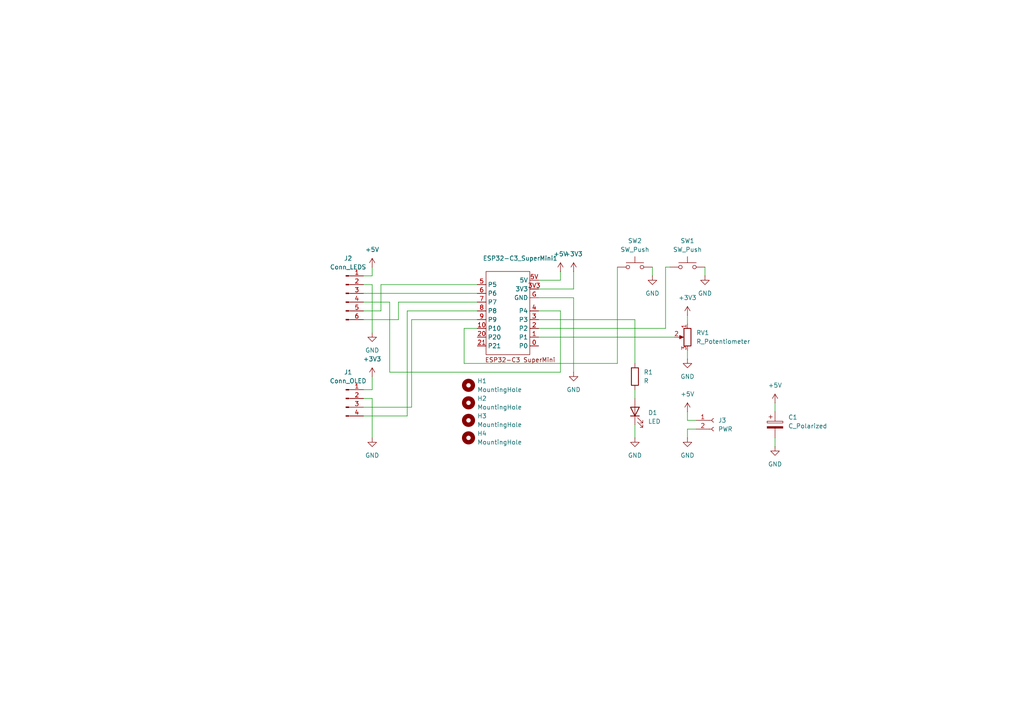
<source format=kicad_sch>
(kicad_sch (version 20231120) (generator "eeschema") (generator_version "8.0")
  (paper "A4")
  (title_block (title "Rusty HangulClock") (date "2025-01-01") (rev "0.1"))
  (lib_symbols
    (symbol "Connector:Conn_01x02_Socket" (pin_names (offset 1.016) hide)
      (property "Reference" "J" (at 0 2.54 0))
      (property "Value" "Conn_01x02_Socket" (at 0 -5.08 0))
      (symbol "Conn_01x02_Socket_1_1"
        (arc (start 0 -2.032) (mid -0.5058 -2.54) (end 0 -3.048) (stroke (width 0.1524)))
        (polyline (pts (xy -1.27 -2.54) (xy -0.508 -2.54)) (stroke (width 0.1524)))
        (polyline (pts (xy -1.27 0) (xy -0.508 0)) (stroke (width 0.1524)))
        (arc (start 0 0.508) (mid -0.5058 0) (end 0 -0.508) (stroke (width 0.1524)))
        (pin passive line (at -5.08 0 0) (length 3.81) (name "Pin_1") (number "1"))
        (pin passive line (at -5.08 -2.54 0) (length 3.81) (name "Pin_2") (number "2"))
      )
    )
    (symbol "Connector:Conn_01x04_Pin" (pin_names (offset 1.016) hide)
      (property "Reference" "J" (at 0 5.08 0))
      (property "Value" "Conn_01x04_Pin" (at 0 -7.62 0))
      (symbol "Conn_01x04_Pin_1_1"
        (polyline (pts (xy 1.27 -5.08) (xy 0.8636 -5.08)) (stroke (width 0.1524)))
        (polyline (pts (xy 1.27 -2.54) (xy 0.8636 -2.54)) (stroke (width 0.1524)))
        (polyline (pts (xy 1.27 0) (xy 0.8636 0)) (stroke (width 0.1524)))
        (polyline (pts (xy 1.27 2.54) (xy 0.8636 2.54)) (stroke (width 0.1524)))
        (rectangle (start 0.8636 -4.953) (end 0 -5.207) (stroke (width 0.1524)) (fill (type outline)))
        (rectangle (start 0.8636 -2.413) (end 0 -2.667) (stroke (width 0.1524)) (fill (type outline)))
        (rectangle (start 0.8636 0.127) (end 0 -0.127) (stroke (width 0.1524)) (fill (type outline)))
        (rectangle (start 0.8636 2.667) (end 0 2.413) (stroke (width 0.1524)) (fill (type outline)))
        (pin passive line (at 5.08 2.54 180) (length 3.81) (name "Pin_1") (number "1"))
        (pin passive line (at 5.08 0 180) (length 3.81) (name "Pin_2") (number "2"))
        (pin passive line (at 5.08 -2.54 180) (length 3.81) (name "Pin_3") (number "3"))
        (pin passive line (at 5.08 -5.08 180) (length 3.81) (name "Pin_4") (number "4"))
      )
    )
    (symbol "Connector:Conn_01x06_Pin" (pin_names (offset 1.016) hide)
      (property "Reference" "J" (at 0 7.62 0))
      (property "Value" "Conn_01x06_Pin" (at 0 -10.16 0))
      (symbol "Conn_01x06_Pin_1_1"
        (polyline (pts (xy 1.27 -7.62) (xy 0.8636 -7.62)) (stroke (width 0.1524)))
        (polyline (pts (xy 1.27 -5.08) (xy 0.8636 -5.08)) (stroke (width 0.1524)))
        (polyline (pts (xy 1.27 -2.54) (xy 0.8636 -2.54)) (stroke (width 0.1524)))
        (polyline (pts (xy 1.27 0) (xy 0.8636 0)) (stroke (width 0.1524)))
        (polyline (pts (xy 1.27 2.54) (xy 0.8636 2.54)) (stroke (width 0.1524)))
        (polyline (pts (xy 1.27 5.08) (xy 0.8636 5.08)) (stroke (width 0.1524)))
        (rectangle (start 0.8636 -7.493) (end 0 -7.747) (stroke (width 0.1524)) (fill (type outline)))
        (rectangle (start 0.8636 -4.953) (end 0 -5.207) (stroke (width 0.1524)) (fill (type outline)))
        (rectangle (start 0.8636 -2.413) (end 0 -2.667) (stroke (width 0.1524)) (fill (type outline)))
        (rectangle (start 0.8636 0.127) (end 0 -0.127) (stroke (width 0.1524)) (fill (type outline)))
        (rectangle (start 0.8636 2.667) (end 0 2.413) (stroke (width 0.1524)) (fill (type outline)))
        (rectangle (start 0.8636 5.207) (end 0 4.953) (stroke (width 0.1524)) (fill (type outline)))
        (pin passive line (at 5.08 5.08 180) (length 3.81) (name "Pin_1") (number "1"))
        (pin passive line (at 5.08 2.54 180) (length 3.81) (name "Pin_2") (number "2"))
        (pin passive line (at 5.08 0 180) (length 3.81) (name "Pin_3") (number "3"))
        (pin passive line (at 5.08 -2.54 180) (length 3.81) (name "Pin_4") (number "4"))
        (pin passive line (at 5.08 -5.08 180) (length 3.81) (name "Pin_5") (number "5"))
        (pin passive line (at 5.08 -7.62 180) (length 3.81) (name "Pin_6") (number "6"))
      )
    )
    (symbol "Device:C_Polarized" (pin_numbers hide) (pin_names (offset 0.254))
      (property "Reference" "C" (at 0.635 2.54 0))
      (property "Value" "C_Polarized" (at 0.635 -2.54 0))
      (symbol "C_Polarized_0_1"
        (rectangle (start -2.286 0.508) (end 2.286 1.016))
        (polyline (pts (xy -1.778 2.286) (xy -0.762 2.286)))
        (polyline (pts (xy -1.27 2.794) (xy -1.27 1.778)))
        (rectangle (start 2.286 -0.508) (end -2.286 -1.016) (fill (type outline)))
      )
      (symbol "C_Polarized_1_1"
        (pin passive line (at 0 3.81 270) (length 2.794) (name "~") (number "1"))
        (pin passive line (at 0 -3.81 90) (length 2.794) (name "~") (number "2"))
      )
    )
    (symbol "Device:LED" (pin_numbers hide) (pin_names (offset 1.016) hide)
      (property "Reference" "D" (at 0 2.54 0))
      (property "Value" "LED" (at 0 -2.54 0))
      (symbol "LED_0_1"
        (polyline (pts (xy -1.27 -1.27) (xy -1.27 1.27)) (stroke (width 0.254)))
        (polyline (pts (xy -1.27 0) (xy 1.27 0)))
        (polyline (pts (xy 1.27 -1.27) (xy 1.27 1.27) (xy -1.27 0) (xy 1.27 -1.27)) (stroke (width 0.254)))
        (polyline (pts (xy -3.048 -0.762) (xy -4.572 -2.286) (xy -3.81 -2.286) (xy -4.572 -2.286) (xy -4.572 -1.524)))
        (polyline (pts (xy -1.778 -0.762) (xy -3.302 -2.286) (xy -2.54 -2.286) (xy -3.302 -2.286) (xy -3.302 -1.524)))
      )
      (symbol "LED_1_1"
        (pin passive line (at -3.81 0 0) (length 2.54) (name "K") (number "1"))
        (pin passive line (at 3.81 0 180) (length 2.54) (name "A") (number "2"))
      )
    )
    (symbol "Device:R" (pin_numbers hide) (pin_names (offset 0))
      (property "Reference" "R" (at 2.032 0 90))
      (property "Value" "R" (at 0 0 90))
      (symbol "R_0_1"
        (rectangle (start -1.016 -2.54) (end 1.016 2.54) (stroke (width 0.254)))
      )
      (symbol "R_1_1"
        (pin passive line (at 0 3.81 270) (length 1.27) (name "~") (number "1"))
        (pin passive line (at 0 -3.81 90) (length 1.27) (name "~") (number "2"))
      )
    )
    (symbol "Device:R_Potentiometer" (pin_names (offset 1.016) hide)
      (property "Reference" "RV" (at -4.445 0 90))
      (property "Value" "R_Potentiometer" (at -2.54 0 90))
      (symbol "R_Potentiometer_0_1"
        (polyline (pts (xy 2.54 0) (xy 1.524 0)))
        (polyline (pts (xy 1.143 0) (xy 2.286 0.508) (xy 2.286 -0.508) (xy 1.143 0)) (fill (type outline)))
        (rectangle (start 1.016 2.54) (end -1.016 -2.54) (stroke (width 0.254)))
      )
      (symbol "R_Potentiometer_1_1"
        (pin passive line (at 0 3.81 270) (length 1.27) (name "1") (number "1"))
        (pin passive line (at 3.81 0 180) (length 1.27) (name "2") (number "2"))
        (pin passive line (at 0 -3.81 90) (length 1.27) (name "3") (number "3"))
      )
    )
    (symbol "Homin_Library:ESP32-C3_SuperMini"
      (property "Reference" "M" (at 0 0 0))
      (symbol "ESP32-C3_SuperMini_0_1"
        (rectangle (start -6.35 11.43) (end 6.35 -12.7))
      )
      (symbol "ESP32-C3_SuperMini_1_1"
        (text "ESP32-C3 SuperMini" (at 3.556 -14.224 0) (effects (font (size 1.27 1.27))))
        (pin bidirectional line (at 8.89 -10.16 180) (length 2.54) (name "P0") (number "0"))
        (pin bidirectional line (at 8.89 -7.62 180) (length 2.54) (name "P1") (number "1"))
        (pin bidirectional line (at -8.89 -5.08 0) (length 2.54) (name "P10") (number "10"))
        (pin bidirectional line (at 8.89 -5.08 180) (length 2.54) (name "P2") (number "2"))
        (pin bidirectional line (at -8.89 -7.62 0) (length 2.54) (name "P20") (number "20"))
        (pin bidirectional line (at -8.89 -10.16 0) (length 2.54) (name "P21") (number "21"))
        (pin bidirectional line (at 8.89 -2.54 180) (length 2.54) (name "P3") (number "3"))
        (pin power_in line (at 8.89 6.35 180) (length 2.54) (name "3V3") (number "3V3"))
        (pin bidirectional line (at 8.89 0 180) (length 2.54) (name "P4") (number "4"))
        (pin bidirectional line (at -8.89 7.62 0) (length 2.54) (name "P5") (number "5"))
        (pin power_in line (at 8.89 8.89 180) (length 2.54) (name "5V") (number "5V"))
        (pin bidirectional line (at -8.89 5.08 0) (length 2.54) (name "P6") (number "6"))
        (pin bidirectional line (at -8.89 2.54 0) (length 2.54) (name "P7") (number "7"))
        (pin bidirectional line (at -8.89 0 0) (length 2.54) (name "P8") (number "8"))
        (pin bidirectional line (at -8.89 -2.54 0) (length 2.54) (name "P9") (number "9"))
        (pin power_in line (at 8.89 3.81 180) (length 2.54) (name "GND") (number "G"))
      )
    )
    (symbol "Mechanical:MountingHole" (pin_names (offset 1.016)) (exclude_from_sim yes) (in_bom no)
      (property "Reference" "H" (at 0 5.08 0))
      (property "Value" "MountingHole" (at 0 3.175 0))
      (symbol "MountingHole_0_1"
        (circle (center 0 0) (radius 1.27) (stroke (width 1.27)))
      )
    )
    (symbol "Switch:SW_Push" (pin_numbers hide) (pin_names (offset 1.016) hide)
      (property "Reference" "SW" (at 1.27 2.54 0))
      (property "Value" "SW_Push" (at 0 -1.524 0))
      (symbol "SW_Push_0_1"
        (circle (center -2.032 0) (radius 0.508))
        (polyline (pts (xy 0 1.27) (xy 0 3.048)))
        (polyline (pts (xy 2.54 1.27) (xy -2.54 1.27)))
        (circle (center 2.032 0) (radius 0.508))
        (pin passive line (at -5.08 0 0) (length 2.54) (name "1") (number "1"))
        (pin passive line (at 5.08 0 180) (length 2.54) (name "2") (number "2"))
      )
    )
    (symbol "power:+3V3" (power) (pin_numbers hide) (pin_names (offset 0) hide)
      (property "Value" "+3V3" (at 0 3.556 0))
      (symbol "+3V3_0_1"
        (polyline (pts (xy -0.762 1.27) (xy 0 2.54)))
        (polyline (pts (xy 0 0) (xy 0 2.54)))
        (polyline (pts (xy 0 2.54) (xy 0.762 1.27)))
      )
      (symbol "+3V3_1_1"
        (pin power_in line (at 0 0 90) (length 0) (name "~") (number "1"))
      )
    )
    (symbol "power:+5V" (power) (pin_numbers hide) (pin_names (offset 0) hide)
      (property "Value" "+5V" (at 0 3.556 0))
      (symbol "+5V_0_1"
        (polyline (pts (xy -0.762 1.27) (xy 0 2.54)))
        (polyline (pts (xy 0 0) (xy 0 2.54)))
        (polyline (pts (xy 0 2.54) (xy 0.762 1.27)))
      )
      (symbol "+5V_1_1"
        (pin power_in line (at 0 0 90) (length 0) (name "~") (number "1"))
      )
    )
    (symbol "power:GND" (power) (pin_numbers hide) (pin_names (offset 0) hide)
      (property "Value" "GND" (at 0 -3.81 0))
      (symbol "GND_0_1"
        (polyline (pts (xy 0 0) (xy 0 -1.27) (xy 1.27 -1.27) (xy 0 -2.54) (xy -1.27 -1.27) (xy 0 -1.27)))
      )
      (symbol "GND_1_1"
        (pin power_in line (at 0 0 270) (length 0) (name "~") (number "1"))
      )
    )
  )
  (wire (pts (xy 110.49 90.17) (xy 105.41 90.17)))
  (wire (pts (xy 199.39 124.46) (xy 199.39 127)))
  (wire (pts (xy 119.38 92.71) (xy 119.38 118.11)))
  (wire (pts (xy 194.31 77.47) (xy 193.04 77.47)))
  (wire (pts (xy 224.79 116.84) (xy 224.79 119.38)))
  (wire (pts (xy 134.62 105.41) (xy 179.07 105.41)))
  (wire (pts (xy 156.21 83.82) (xy 166.37 83.82)))
  (wire (pts (xy 156.21 86.36) (xy 166.37 86.36)))
  (wire (pts (xy 184.15 92.71) (xy 184.15 105.41)))
  (wire (pts (xy 113.03 107.95) (xy 113.03 87.63)))
  (wire (pts (xy 105.41 115.57) (xy 107.95 115.57)))
  (wire (pts (xy 193.04 95.25) (xy 156.21 95.25)))
  (wire (pts (xy 201.93 124.46) (xy 199.39 124.46)))
  (wire (pts (xy 138.43 87.63) (xy 115.57 87.63)))
  (wire (pts (xy 166.37 83.82) (xy 166.37 78.74)))
  (wire (pts (xy 105.41 85.09) (xy 138.43 85.09)))
  (wire (pts (xy 134.62 95.25) (xy 134.62 105.41)))
  (wire (pts (xy 189.23 77.47) (xy 189.23 80.01)))
  (wire (pts (xy 199.39 91.44) (xy 199.39 93.98)))
  (wire (pts (xy 166.37 86.36) (xy 166.37 107.95)))
  (wire (pts (xy 156.21 92.71) (xy 184.15 92.71)))
  (wire (pts (xy 115.57 92.71) (xy 105.41 92.71)))
  (wire (pts (xy 156.21 97.79) (xy 195.58 97.79)))
  (wire (pts (xy 162.56 90.17) (xy 162.56 107.95)))
  (wire (pts (xy 201.93 121.92) (xy 199.39 121.92)))
  (wire (pts (xy 119.38 118.11) (xy 105.41 118.11)))
  (wire (pts (xy 107.95 80.01) (xy 105.41 80.01)))
  (wire (pts (xy 179.07 105.41) (xy 179.07 77.47)))
  (wire (pts (xy 113.03 87.63) (xy 105.41 87.63)))
  (wire (pts (xy 107.95 113.03) (xy 105.41 113.03)))
  (wire (pts (xy 118.11 90.17) (xy 118.11 120.65)))
  (wire (pts (xy 156.21 81.28) (xy 162.56 81.28)))
  (wire (pts (xy 138.43 92.71) (xy 119.38 92.71)))
  (wire (pts (xy 224.79 127) (xy 224.79 129.54)))
  (wire (pts (xy 184.15 113.03) (xy 184.15 115.57)))
  (wire (pts (xy 199.39 101.6) (xy 199.39 104.14)))
  (wire (pts (xy 138.43 95.25) (xy 134.62 95.25)))
  (wire (pts (xy 138.43 82.55) (xy 110.49 82.55)))
  (wire (pts (xy 199.39 121.92) (xy 199.39 119.38)))
  (wire (pts (xy 162.56 107.95) (xy 113.03 107.95)))
  (wire (pts (xy 118.11 120.65) (xy 105.41 120.65)))
  (wire (pts (xy 107.95 109.22) (xy 107.95 113.03)))
  (wire (pts (xy 193.04 77.47) (xy 193.04 95.25)))
  (wire (pts (xy 107.95 115.57) (xy 107.95 127)))
  (wire (pts (xy 184.15 123.19) (xy 184.15 127)))
  (wire (pts (xy 107.95 82.55) (xy 105.41 82.55)))
  (wire (pts (xy 138.43 90.17) (xy 118.11 90.17)))
  (wire (pts (xy 156.21 90.17) (xy 162.56 90.17)))
  (wire (pts (xy 162.56 81.28) (xy 162.56 78.74)))
  (wire (pts (xy 110.49 82.55) (xy 110.49 90.17)))
  (wire (pts (xy 107.95 77.47) (xy 107.95 80.01)))
  (wire (pts (xy 107.95 96.52) (xy 107.95 82.55)))
  (wire (pts (xy 115.57 87.63) (xy 115.57 92.71)))
  (wire (pts (xy 204.47 77.47) (xy 204.47 80.01)))
  (symbol (lib_id "power:GND") (at 199.39 104.14 0) (unit 1)
    (property "Reference" "#PWR010" (effects (hide yes)))
    (property "Value" "GND" (at 199.39 109.22 0))
    (property "Description" "Power symbol creates a global label with name \"GND\" , ground" (effects (hide yes)))
  )
  (symbol (lib_id "power:+3V3") (at 199.39 91.44 0) (unit 1)
    (property "Reference" "#PWR09" (effects (hide yes)))
    (property "Value" "+3V3" (at 199.39 86.36 0))
    (property "Description" "Power symbol creates a global label with name \"+3V3\"" (effects (hide yes)))
  )
  (symbol (lib_id "power:+5V") (at 224.79 116.84 0) (unit 1)
    (property "Reference" "#PWR014" (effects (hide yes)))
    (property "Value" "+5V" (at 224.79 111.76 0))
    (property "Description" "Power symbol creates a global label with name \"+5V\"" (effects (hide yes)))
  )
  (symbol (lib_id "Device:C_Polarized") (at 224.79 123.19 0) (unit 1)
    (property "Reference" "C1" (at 228.6 121.0309 0) (effects (justify left)))
    (property "Value" "C_Polarized" (at 228.6 123.5709 0) (effects (justify left)))
    (property "Footprint" "Capacitor_THT:CP_Radial_D4.0mm_P2.00mm" (effects (hide yes)))
    (property "Description" "Polarized capacitor" (effects (hide yes)))
  )
  (symbol (lib_id "power:GND") (at 184.15 127 0) (unit 1)
    (property "Reference" "#PWR08" (effects (hide yes)))
    (property "Value" "GND" (at 184.15 132.08 0))
    (property "Description" "Power symbol creates a global label with name \"GND\" , ground" (effects (hide yes)))
  )
  (symbol (lib_id "power:+3V3") (at 107.95 109.22 0) (unit 1)
    (property "Reference" "#PWR03" (effects (hide yes)))
    (property "Value" "+3V3" (at 107.95 104.14 0))
    (property "Description" "Power symbol creates a global label with name \"+3V3\"" (effects (hide yes)))
  )
  (symbol (lib_id "power:GND") (at 199.39 127 0) (unit 1)
    (property "Reference" "#PWR012" (effects (hide yes)))
    (property "Value" "GND" (at 199.39 132.08 0))
    (property "Description" "Power symbol creates a global label with name \"GND\" , ground" (effects (hide yes)))
  )
  (symbol (lib_id "Connector:Conn_01x02_Socket") (at 207.01 121.92 0) (unit 1)
    (property "Reference" "J3" (at 208.28 121.9199 0) (effects (justify left)))
    (property "Value" "PWR" (at 208.28 124.4599 0) (effects (justify left)))
    (property "Footprint" "Connector_PinHeader_2.54mm:PinHeader_1x02_P2.54mm_Horizontal" (effects (hide yes)))
    (property "Description" "Generic connector, single row, 01x02, script generated" (effects (hide yes)))
  )
  (symbol (lib_id "power:GND") (at 224.79 129.54 0) (unit 1)
    (property "Reference" "#PWR015" (effects (hide yes)))
    (property "Value" "GND" (at 224.79 134.62 0))
    (property "Description" "Power symbol creates a global label with name \"GND\" , ground" (effects (hide yes)))
  )
  (symbol (lib_id "power:GND") (at 189.23 80.01 0) (unit 1)
    (property "Reference" "#PWR016" (effects (hide yes)))
    (property "Value" "GND" (at 189.23 85.09 0))
    (property "Description" "Power symbol creates a global label with name \"GND\" , ground" (effects (hide yes)))
  )
  (symbol (lib_id "Connector:Conn_01x04_Pin") (at 100.33 115.57 0) (unit 1)
    (property "Reference" "J1" (at 100.965 107.95 0))
    (property "Value" "Conn_OLED" (at 100.965 110.49 0))
    (property "Footprint" "Connector_PinHeader_2.54mm:PinHeader_1x04_P2.54mm_Vertical" (effects (hide yes)))
    (property "Description" "Generic connector, single row, 01x04, script generated" (effects (hide yes)))
  )
  (symbol (lib_id "power:+5V") (at 162.56 78.74 0) (unit 1)
    (property "Reference" "#PWR05" (effects (hide yes)))
    (property "Value" "+5V" (at 162.56 73.66 0))
    (property "Description" "Power symbol creates a global label with name \"+5V\"" (effects (hide yes)))
  )
  (symbol (lib_id "Mechanical:MountingHole") (at 135.89 116.84 0) (unit 1) (exclude_from_sim yes) (in_bom no)
    (property "Reference" "H2" (at 138.43 115.5699 0) (effects (justify left)))
    (property "Value" "MountingHole" (at 138.43 118.1099 0) (effects (justify left)))
    (property "Footprint" "MountingHole:MountingHole_3.2mm_M3" (effects (hide yes)))
    (property "Description" "Mounting Hole without connection" (effects (hide yes)))
  )
  (symbol (lib_id "Homin_Library:ESP32-C3_SuperMini") (at 147.32 90.17 0) (unit 1)
    (property "Reference" "ESP32-C3_SuperMini1" (at 150.876 74.93 0))
    (property "Footprint" "Homin_Library:ESP32-C3_SuperMini_SMD" (effects (hide yes)))
  )
  (symbol (lib_id "Device:LED") (at 184.15 119.38 90) (unit 1)
    (property "Reference" "D1" (at 187.96 119.6974 90) (effects (justify right)))
    (property "Value" "LED" (at 187.96 122.2374 90) (effects (justify right)))
    (property "Footprint" "LED_THT:LED_D3.0mm" (effects (hide yes)))
    (property "Description" "Light emitting diode" (effects (hide yes)))
  )
  (symbol (lib_id "power:GND") (at 166.37 107.95 0) (unit 1)
    (property "Reference" "#PWR07" (effects (hide yes)))
    (property "Value" "GND" (at 166.37 113.03 0))
    (property "Description" "Power symbol creates a global label with name \"GND\" , ground" (effects (hide yes)))
  )
  (symbol (lib_id "power:+3V3") (at 166.37 78.74 0) (unit 1)
    (property "Reference" "#PWR06" (effects (hide yes)))
    (property "Value" "+3V3" (at 166.37 73.66 0))
    (property "Description" "Power symbol creates a global label with name \"+3V3\"" (effects (hide yes)))
  )
  (symbol (lib_id "Mechanical:MountingHole") (at 135.89 121.92 0) (unit 1) (exclude_from_sim yes) (in_bom no)
    (property "Reference" "H3" (at 138.43 120.6499 0) (effects (justify left)))
    (property "Value" "MountingHole" (at 138.43 123.1899 0) (effects (justify left)))
    (property "Footprint" "MountingHole:MountingHole_3.2mm_M3" (effects (hide yes)))
    (property "Description" "Mounting Hole without connection" (effects (hide yes)))
  )
  (symbol (lib_id "power:GND") (at 107.95 127 0) (unit 1)
    (property "Reference" "#PWR04" (effects (hide yes)))
    (property "Value" "GND" (at 107.95 132.08 0))
    (property "Description" "Power symbol creates a global label with name \"GND\" , ground" (effects (hide yes)))
  )
  (symbol (lib_id "Connector:Conn_01x06_Pin") (at 100.33 85.09 0) (unit 1)
    (property "Reference" "J2" (at 100.965 74.93 0))
    (property "Value" "Conn_LEDS" (at 100.965 77.47 0))
    (property "Footprint" "Connector_PinHeader_2.54mm:PinHeader_1x06_P2.54mm_Horizontal" (effects (hide yes)))
    (property "Description" "Generic connector, single row, 01x06, script generated" (effects (hide yes)))
  )
  (symbol (lib_id "power:GND") (at 204.47 80.01 0) (unit 1)
    (property "Reference" "#PWR013" (effects (hide yes)))
    (property "Value" "GND" (at 204.47 85.09 0))
    (property "Description" "Power symbol creates a global label with name \"GND\" , ground" (effects (hide yes)))
  )
  (symbol (lib_id "Mechanical:MountingHole") (at 135.89 111.76 0) (unit 1) (exclude_from_sim yes) (in_bom no)
    (property "Reference" "H1" (at 138.43 110.4899 0) (effects (justify left)))
    (property "Value" "MountingHole" (at 138.43 113.0299 0) (effects (justify left)))
    (property "Footprint" "MountingHole:MountingHole_3.2mm_M3" (effects (hide yes)))
    (property "Description" "Mounting Hole without connection" (effects (hide yes)))
  )
  (symbol (lib_id "Switch:SW_Push") (at 199.39 77.47 0) (unit 1)
    (property "Reference" "SW1" (at 199.39 69.85 0))
    (property "Value" "SW_Push" (at 199.39 72.39 0))
    (property "Footprint" "Button_Switch_THT:SW_PUSH_6mm" (effects (hide yes)))
    (property "Description" "Push button switch, generic, two pins" (effects (hide yes)))
  )
  (symbol (lib_id "Switch:SW_Push") (at 184.15 77.47 0) (unit 1)
    (property "Reference" "SW2" (at 184.15 69.85 0))
    (property "Value" "SW_Push" (at 184.15 72.39 0))
    (property "Footprint" "Button_Switch_THT:SW_PUSH_6mm" (effects (hide yes)))
    (property "Description" "Push button switch, generic, two pins" (effects (hide yes)))
  )
  (symbol (lib_id "power:+5V") (at 199.39 119.38 0) (unit 1)
    (property "Reference" "#PWR011" (effects (hide yes)))
    (property "Value" "+5V" (at 199.39 114.3 0))
    (property "Description" "Power symbol creates a global label with name \"+5V\"" (effects (hide yes)))
  )
  (symbol (lib_id "Device:R") (at 184.15 109.22 0) (unit 1)
    (property "Reference" "R1" (at 186.69 107.9499 0) (effects (justify left)))
    (property "Value" "R" (at 186.69 110.4899 0) (effects (justify left)))
    (property "Footprint" "Resistor_THT:R_Axial_DIN0204_L3.6mm_D1.6mm_P7.62mm_Horizontal" (effects (hide yes)))
    (property "Description" "Resistor" (effects (hide yes)))
  )
  (symbol (lib_id "Device:R_Potentiometer") (at 199.39 97.79 0) (mirror y) (unit 1)
    (property "Reference" "RV1" (at 201.93 96.5199 0) (effects (justify right)))
    (property "Value" "R_Potentiometer" (at 201.93 99.0599 0) (effects (justify right)))
    (property "Footprint" "Potentiometer_THT:Potentiometer_ACP_CA9-V10_Vertical" (effects (hide yes)))
    (property "Description" "Potentiometer" (effects (hide yes)))
  )
  (symbol (lib_id "power:+5V") (at 107.95 77.47 0) (mirror y) (unit 1)
    (property "Reference" "#PWR01" (effects (hide yes)))
    (property "Value" "+5V" (at 107.95 72.39 0))
    (property "Description" "Power symbol creates a global label with name \"+5V\"" (effects (hide yes)))
  )
  (symbol (lib_id "Mechanical:MountingHole") (at 135.89 127 0) (unit 1) (exclude_from_sim yes) (in_bom no)
    (property "Reference" "H4" (at 138.43 125.7299 0) (effects (justify left)))
    (property "Value" "MountingHole" (at 138.43 128.2699 0) (effects (justify left)))
    (property "Footprint" "MountingHole:MountingHole_3.2mm_M3" (effects (hide yes)))
    (property "Description" "Mounting Hole without connection" (effects (hide yes)))
  )
  (symbol (lib_id "power:GND") (at 107.95 96.52 0) (mirror y) (unit 1)
    (property "Reference" "#PWR02" (effects (hide yes)))
    (property "Value" "GND" (at 107.95 101.6 0))
    (property "Description" "Power symbol creates a global label with name \"GND\" , ground" (effects (hide yes)))
  )
)
</source>
